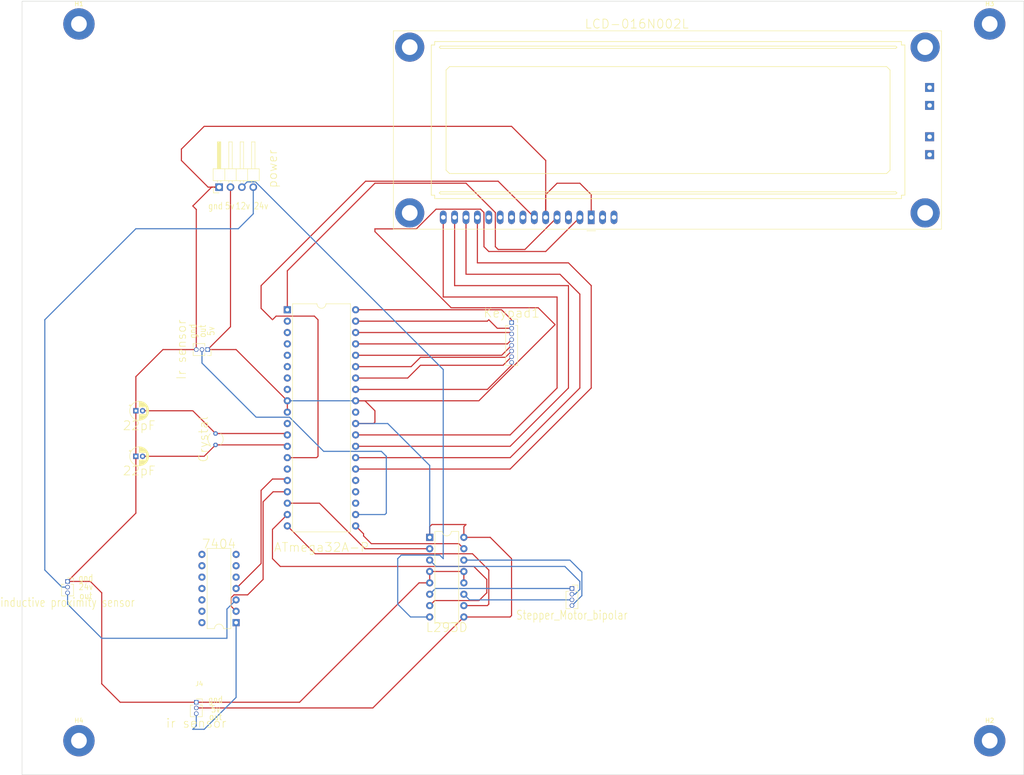
<source format=kicad_pcb>
(kicad_pcb (version 20211014) (generator pcbnew)
  (layers (0 "F.Cu" signal) (31 "B.Cu" signal) (34 "B.Paste" user) (35 "F.Paste" user) (36 "B.SilkS" user "B.Silkscreen") (37 "F.SilkS" user "F.Silkscreen") (38 "B.Mask" user) (39 "F.Mask" user) (44 "Edge.Cuts" user))
  (net 0 "")
  (net 1 "Net-(C1-Pad1)")
  (net 2 "Net-(C1-Pad2)")
  (net 3 "Net-(C2-Pad2)")
  (net 4 "Net-(J4-Pad3)")
  (net 5 "Net-(Keypad1-Pad1)")
  (net 6 "Net-(Keypad1-Pad2)")
  (net 7 "Net-(Keypad1-Pad3)")
  (net 8 "Net-(Keypad1-Pad4)")
  (net 9 "Net-(Keypad1-Pad5)")
  (net 10 "Net-(Keypad1-Pad6)")
  (net 11 "Net-(Keypad1-Pad7)")
  (net 12 "Net-(Keypad1-Pad8)")
  (net 13 "Net-(M1-Pad1)")
  (net 14 "Net-(M1-Pad2)")
  (net 15 "Net-(M1-Pad3)")
  (net 16 "Net-(M1-Pad4)")
  (net 17 "Net-(U1-Pad1)")
  (net 25 "Net-(U1-Pad11)")
  (net 26 "Net-(U1-Pad14)")
  (net 28 "Net-(U1-Pad16)")
  (net 29 "Net-(U1-Pad17)")
  (net 30 "Net-(U1-Pad18)")
  (net 31 "Net-(U1-Pad19)")
  (net 32 "Net-(U1-Pad20)")
  (net 33 "Net-(U1-Pad21)")
  (net 37 "Net-(U1-Pad26)")
  (net 38 "Net-(U1-Pad27)")
  (net 39 "Net-(U1-Pad28)")
  (net 40 "Net-(U1-Pad29)")
  (net 54 "Gnd")
  (net 61 "Net-(J2-Pad2)")
  (net 62 "Net-(J1-Pad3)")
  (net 63 "Net-(J1-Pad4)")
  (net 64 "Net-(J1-Pad2)")
  (net 65 "Net-(J3-Pad3)")
  (footprint "Connector_PinSocket_1.27mm:PinSocket_1x08_P1.27mm_Vertical" (layer "F.Cu") (at 132.105 86.99)
    (fp_text reference "Keypad1" (at 0 -2.135) (layer "F.SilkS") (effects (font (size 2 2))))
    (fp_text value "Conn_01x08_Female")
    (pad "1" thru_hole rect (at 0 0) (size 1 1) (drill 0.7) (layers *.Cu *.Mask) (net 5 "Net-(Keypad1-Pad1)"))
    (pad "2" thru_hole oval (at 0 1.27) (size 1 1) (drill 0.7) (layers *.Cu *.Mask) (net 6 "Net-(Keypad1-Pad2)"))
    (pad "3" thru_hole oval (at 0 2.54) (size 1 1) (drill 0.7) (layers *.Cu *.Mask) (net 7 "Net-(Keypad1-Pad3)"))
    (pad "4" thru_hole oval (at 0 3.81) (size 1 1) (drill 0.7) (layers *.Cu *.Mask) (net 8 "Net-(Keypad1-Pad4)"))
    (pad "5" thru_hole oval (at 0 5.08) (size 1 1) (drill 0.7) (layers *.Cu *.Mask) (net 9 "Net-(Keypad1-Pad5)"))
    (pad "6" thru_hole oval (at 0 6.35) (size 1 1) (drill 0.7) (layers *.Cu *.Mask) (net 10 "Net-(Keypad1-Pad6)"))
    (pad "7" thru_hole oval (at 0 7.62) (size 1 1) (drill 0.7) (layers *.Cu *.Mask) (net 11 "Net-(Keypad1-Pad7)"))
    (pad "8" thru_hole oval (at 0 8.89) (size 1 1) (drill 0.7) (layers *.Cu *.Mask) (net 12 "Net-(Keypad1-Pad8)"))
  )
  (footprint "Package_DIP:DIP-40_W15.24mm" (layer "F.Cu") (at 82.055 84.1325)
    (fp_text reference "U1")
    (fp_text value "ATmega32A-P" (at 7.62 53.0275) (layer "F.SilkS") (effects (font (size 2 2))))
    (pad "1" thru_hole rect (at 0 0) (size 1.6 1.6) (drill 0.8) (layers *.Cu *.Mask) (net 17 "Net-(U1-Pad1)"))
    (pad "2" thru_hole oval (at 0 2.54) (size 1.6 1.6) (drill 0.8) (layers *.Cu *.Mask))
    (pad "3" thru_hole oval (at 0 5.08) (size 1.6 1.6) (drill 0.8) (layers *.Cu *.Mask))
    (pad "4" thru_hole oval (at 0 7.62) (size 1.6 1.6) (drill 0.8) (layers *.Cu *.Mask))
    (pad "5" thru_hole oval (at 0 10.16) (size 1.6 1.6) (drill 0.8) (layers *.Cu *.Mask))
    (pad "6" thru_hole oval (at 0 12.7) (size 1.6 1.6) (drill 0.8) (layers *.Cu *.Mask))
    (pad "7" thru_hole oval (at 0 15.24) (size 1.6 1.6) (drill 0.8) (layers *.Cu *.Mask))
    (pad "8" thru_hole oval (at 0 17.78) (size 1.6 1.6) (drill 0.8) (layers *.Cu *.Mask))
    (pad "9" thru_hole oval (at 0 20.32) (size 1.6 1.6) (drill 0.8) (layers *.Cu *.Mask) (net 64 "Net-(J1-Pad2)"))
    (pad "10" thru_hole oval (at 0 22.86) (size 1.6 1.6) (drill 0.8) (layers *.Cu *.Mask) (net 64 "Net-(J1-Pad2)"))
    (pad "11" thru_hole oval (at 0 25.4) (size 1.6 1.6) (drill 0.8) (layers *.Cu *.Mask) (net 25 "Net-(U1-Pad11)"))
    (pad "12" thru_hole oval (at 0 27.94) (size 1.6 1.6) (drill 0.8) (layers *.Cu *.Mask) (net 3 "Net-(C2-Pad2)"))
    (pad "13" thru_hole oval (at 0 30.48) (size 1.6 1.6) (drill 0.8) (layers *.Cu *.Mask) (net 2 "Net-(C1-Pad2)"))
    (pad "14" thru_hole oval (at 0 33.02) (size 1.6 1.6) (drill 0.8) (layers *.Cu *.Mask) (net 26 "Net-(U1-Pad14)"))
    (pad "15" thru_hole oval (at 0 35.56) (size 1.6 1.6) (drill 0.8) (layers *.Cu *.Mask))
    (pad "16" thru_hole oval (at 0 38.1) (size 1.6 1.6) (drill 0.8) (layers *.Cu *.Mask) (net 28 "Net-(U1-Pad16)"))
    (pad "17" thru_hole oval (at 0 40.64) (size 1.6 1.6) (drill 0.8) (layers *.Cu *.Mask) (net 29 "Net-(U1-Pad17)"))
    (pad "18" thru_hole oval (at 0 43.18) (size 1.6 1.6) (drill 0.8) (layers *.Cu *.Mask) (net 30 "Net-(U1-Pad18)"))
    (pad "19" thru_hole oval (at 0 45.72) (size 1.6 1.6) (drill 0.8) (layers *.Cu *.Mask) (net 31 "Net-(U1-Pad19)"))
    (pad "20" thru_hole oval (at 0 48.26) (size 1.6 1.6) (drill 0.8) (layers *.Cu *.Mask) (net 32 "Net-(U1-Pad20)"))
    (pad "21" thru_hole oval (at 15.24 48.26) (size 1.6 1.6) (drill 0.8) (layers *.Cu *.Mask) (net 33 "Net-(U1-Pad21)"))
    (pad "22" thru_hole oval (at 15.24 45.72) (size 1.6 1.6) (drill 0.8) (layers *.Cu *.Mask) (net 61 "Net-(J2-Pad2)"))
    (pad "23" thru_hole oval (at 15.24 43.18) (size 1.6 1.6) (drill 0.8) (layers *.Cu *.Mask))
    (pad "24" thru_hole oval (at 15.24 40.64) (size 1.6 1.6) (drill 0.8) (layers *.Cu *.Mask))
    (pad "25" thru_hole oval (at 15.24 38.1) (size 1.6 1.6) (drill 0.8) (layers *.Cu *.Mask))
    (pad "26" thru_hole oval (at 15.24 35.56) (size 1.6 1.6) (drill 0.8) (layers *.Cu *.Mask) (net 37 "Net-(U1-Pad26)"))
    (pad "27" thru_hole oval (at 15.24 33.02) (size 1.6 1.6) (drill 0.8) (layers *.Cu *.Mask) (net 38 "Net-(U1-Pad27)"))
    (pad "28" thru_hole oval (at 15.24 30.48) (size 1.6 1.6) (drill 0.8) (layers *.Cu *.Mask) (net 39 "Net-(U1-Pad28)"))
    (pad "29" thru_hole oval (at 15.24 27.94) (size 1.6 1.6) (drill 0.8) (layers *.Cu *.Mask) (net 40 "Net-(U1-Pad29)"))
    (pad "30" thru_hole oval (at 15.24 25.4) (size 1.6 1.6) (drill 0.8) (layers *.Cu *.Mask) (net 64 "Net-(J1-Pad2)"))
    (pad "31" thru_hole oval (at 15.24 22.86) (size 1.6 1.6) (drill 0.8) (layers *.Cu *.Mask) (net 25 "Net-(U1-Pad11)"))
    (pad "32" thru_hole oval (at 15.24 20.32) (size 1.6 1.6) (drill 0.8) (layers *.Cu *.Mask) (net 64 "Net-(J1-Pad2)"))
    (pad "33" thru_hole oval (at 15.24 17.78) (size 1.6 1.6) (drill 0.8) (layers *.Cu *.Mask) (net 12 "Net-(Keypad1-Pad8)"))
    (pad "34" thru_hole oval (at 15.24 15.24) (size 1.6 1.6) (drill 0.8) (layers *.Cu *.Mask) (net 11 "Net-(Keypad1-Pad7)"))
    (pad "35" thru_hole oval (at 15.24 12.7) (size 1.6 1.6) (drill 0.8) (layers *.Cu *.Mask) (net 10 "Net-(Keypad1-Pad6)"))
    (pad "36" thru_hole oval (at 15.24 10.16) (size 1.6 1.6) (drill 0.8) (layers *.Cu *.Mask) (net 9 "Net-(Keypad1-Pad5)"))
    (pad "37" thru_hole oval (at 15.24 7.62) (size 1.6 1.6) (drill 0.8) (layers *.Cu *.Mask) (net 8 "Net-(Keypad1-Pad4)"))
    (pad "38" thru_hole oval (at 15.24 5.08) (size 1.6 1.6) (drill 0.8) (layers *.Cu *.Mask) (net 7 "Net-(Keypad1-Pad3)"))
    (pad "39" thru_hole oval (at 15.24 2.54) (size 1.6 1.6) (drill 0.8) (layers *.Cu *.Mask) (net 6 "Net-(Keypad1-Pad2)"))
    (pad "40" thru_hole oval (at 15.24 0) (size 1.6 1.6) (drill 0.8) (layers *.Cu *.Mask) (net 5 "Net-(Keypad1-Pad1)"))
  )
  (footprint "Connector_PinSocket_1.27mm:PinSocket_1x03_P1.27mm_Vertical" (layer "F.Cu") (at 33.02 144.78)
    (fp_text reference "J3")
    (fp_text value "inductive proximity sensor" (at 0 4.675) (layer "F.SilkS") (effects (font (size 2 1.5))))
    (pad "1" thru_hole rect (at 0 0) (size 1 1) (drill 0.7) (layers *.Cu *.Mask) (net 1 "Net-(C1-Pad1)"))
    (pad "2" thru_hole oval (at 0 1.27) (size 1 1) (drill 0.7) (layers *.Cu *.Mask) (net 63 "Net-(J1-Pad4)"))
    (pad "3" thru_hole oval (at 0 2.54) (size 1 1) (drill 0.7) (layers *.Cu *.Mask) (net 65 "Net-(J3-Pad3)"))
  )
  (footprint "Package_DIP:DIP-16_W7.62mm" (layer "F.Cu") (at 113.82 134.9425)
    (fp_text reference "U3")
    (fp_text value "L293D" (at 3.81 20.11) (layer "F.SilkS") (effects (font (size 2 2))))
    (pad "1" thru_hole rect (at 0 0) (size 1.6 1.6) (drill 0.8) (layers *.Cu *.Mask) (net 64 "Net-(J1-Pad2)"))
    (pad "2" thru_hole oval (at 0 2.54) (size 1.6 1.6) (drill 0.8) (layers *.Cu *.Mask) (net 30 "Net-(U1-Pad18)"))
    (pad "3" thru_hole oval (at 0 5.08) (size 1.6 1.6) (drill 0.8) (layers *.Cu *.Mask) (net 14 "Net-(M1-Pad2)"))
    (pad "4" thru_hole oval (at 0 7.62) (size 1.6 1.6) (drill 0.8) (layers *.Cu *.Mask) (net 1 "Net-(C1-Pad1)"))
    (pad "5" thru_hole oval (at 0 10.16) (size 1.6 1.6) (drill 0.8) (layers *.Cu *.Mask) (net 1 "Net-(C1-Pad1)"))
    (pad "6" thru_hole oval (at 0 12.7) (size 1.6 1.6) (drill 0.8) (layers *.Cu *.Mask) (net 13 "Net-(M1-Pad1)"))
    (pad "7" thru_hole oval (at 0 15.24) (size 1.6 1.6) (drill 0.8) (layers *.Cu *.Mask) (net 31 "Net-(U1-Pad19)"))
    (pad "8" thru_hole oval (at 0 17.78) (size 1.6 1.6) (drill 0.8) (layers *.Cu *.Mask) (net 62 "Net-(J1-Pad3)"))
    (pad "9" thru_hole oval (at 7.62 17.78) (size 1.6 1.6) (drill 0.8) (layers *.Cu *.Mask) (net 64 "Net-(J1-Pad2)"))
    (pad "10" thru_hole oval (at 7.62 15.24) (size 1.6 1.6) (drill 0.8) (layers *.Cu *.Mask) (net 32 "Net-(U1-Pad20)"))
    (pad "11" thru_hole oval (at 7.62 12.7) (size 1.6 1.6) (drill 0.8) (layers *.Cu *.Mask) (net 15 "Net-(M1-Pad3)"))
    (pad "12" thru_hole oval (at 7.62 10.16) (size 1.6 1.6) (drill 0.8) (layers *.Cu *.Mask) (net 1 "Net-(C1-Pad1)"))
    (pad "13" thru_hole oval (at 7.62 7.62) (size 1.6 1.6) (drill 0.8) (layers *.Cu *.Mask) (net 1 "Net-(C1-Pad1)"))
    (pad "14" thru_hole oval (at 7.62 5.08) (size 1.6 1.6) (drill 0.8) (layers *.Cu *.Mask) (net 16 "Net-(M1-Pad4)"))
    (pad "15" thru_hole oval (at 7.62 2.54) (size 1.6 1.6) (drill 0.8) (layers *.Cu *.Mask) (net 33 "Net-(U1-Pad21)"))
    (pad "16" thru_hole oval (at 7.62 0) (size 1.6 1.6) (drill 0.8) (layers *.Cu *.Mask) (net 64 "Net-(J1-Pad2)"))
  )
  (footprint "Connector_PinHeader_2.54mm:PinHeader_1x04_P2.54mm_Horizontal" (layer "F.Cu") (at 66.835 56.7525 90)
    (fp_text reference "J1")
    (fp_text value "power" (at 4.1 11.905 90) (layer "F.SilkS") (effects (font (size 2 2))))
    (pad "1" thru_hole rect (at 0 0 90) (size 1.7 1.7) (drill 1) (layers *.Cu *.Mask) (net 1 "Net-(C1-Pad1)"))
    (pad "2" thru_hole oval (at 0 2.54 90) (size 1.7 1.7) (drill 1) (layers *.Cu *.Mask) (net 64 "Net-(J1-Pad2)"))
    (pad "3" thru_hole oval (at 0 5.08 90) (size 1.7 1.7) (drill 1) (layers *.Cu *.Mask) (net 62 "Net-(J1-Pad3)"))
    (pad "4" thru_hole oval (at 0 7.62 90) (size 1.7 1.7) (drill 1) (layers *.Cu *.Mask) (net 63 "Net-(J1-Pad4)"))
  )
  (footprint "Display:LCD-016N002L" (layer "F.Cu") (at 149.86 63.5 180)
    (fp_text reference "U2")
    (fp_text value "LCD-016N002L" (at -10.16 43.18) (layer "F.SilkS") (effects (font (size 2 2))))
    (pad "" thru_hole circle (at 40.5 1) (size 6.5 6.5) (drill 3.5) (layers *.Cu *.Mask))
    (pad "" thru_hole circle (at 40.5 38) (size 6.5 6.5) (drill 3.5) (layers *.Cu *.Mask))
    (pad "" thru_hole circle (at -74.5 1) (size 6.5 6.5) (drill 3.5) (layers *.Cu *.Mask))
    (pad "" thru_hole circle (at -74.5 38) (size 6.5 6.5) (drill 3.5) (layers *.Cu *.Mask))
    (pad "1" thru_hole rect (at 0 0) (size 1.5 3) (drill 1) (layers *.Cu *.Mask) (net 1 "Net-(C1-Pad1)"))
    (pad "2" thru_hole oval (at 2.54 0) (size 1.5 3) (drill 1) (layers *.Cu *.Mask) (net 64 "Net-(J1-Pad2)"))
    (pad "3" thru_hole oval (at 5.08 0) (size 1.5 3) (drill 1) (layers *.Cu *.Mask))
    (pad "4" thru_hole oval (at 7.62 0) (size 1.5 3) (drill 1) (layers *.Cu *.Mask) (net 17 "Net-(U1-Pad1)"))
    (pad "5" thru_hole oval (at 10.16 0) (size 1.5 3) (drill 1) (layers *.Cu *.Mask) (net 1 "Net-(C1-Pad1)"))
    (pad "6" thru_hole oval (at 12.7 0) (size 1.5 3) (drill 1) (layers *.Cu *.Mask) (net 26 "Net-(U1-Pad14)"))
    (pad "7" thru_hole oval (at 15.24 0) (size 1.5 3) (drill 1) (layers *.Cu *.Mask))
    (pad "8" thru_hole oval (at 17.78 0) (size 1.5 3) (drill 1) (layers *.Cu *.Mask))
    (pad "9" thru_hole oval (at 20.32 0) (size 1.5 3) (drill 1) (layers *.Cu *.Mask))
    (pad "10" thru_hole oval (at 22.86 0) (size 1.5 3) (drill 1) (layers *.Cu *.Mask))
    (pad "11" thru_hole oval (at 25.4 0) (size 1.5 3) (drill 1) (layers *.Cu *.Mask) (net 37 "Net-(U1-Pad26)"))
    (pad "12" thru_hole oval (at 27.94 0) (size 1.5 3) (drill 1) (layers *.Cu *.Mask) (net 38 "Net-(U1-Pad27)"))
    (pad "13" thru_hole oval (at 30.48 0) (size 1.5 3) (drill 1) (layers *.Cu *.Mask) (net 39 "Net-(U1-Pad28)"))
    (pad "14" thru_hole oval (at 33.02 0) (size 1.5 3) (drill 1) (layers *.Cu *.Mask) (net 40 "Net-(U1-Pad29)"))
    (pad "15" thru_hole oval (at -2.54 0) (size 1.5 3) (drill 1) (layers *.Cu *.Mask))
    (pad "16" thru_hole oval (at -5.08 0) (size 1.5 3) (drill 1) (layers *.Cu *.Mask))
    (pad "A1" thru_hole rect (at -75.5 14) (size 2 2) (drill 1) (layers *.Cu *.Mask))
    (pad "A2" thru_hole rect (at -75.5 25) (size 2 2) (drill 1) (layers *.Cu *.Mask))
    (pad "K1" thru_hole rect (at -75.5 18) (size 2 2) (drill 1) (layers *.Cu *.Mask))
    (pad "K2" thru_hole rect (at -75.5 29) (size 2 2) (drill 1) (layers *.Cu *.Mask))
  )
  (footprint "Capacitor_THT:CP_Radial_D4.0mm_P1.50mm" (layer "F.Cu") (at 48.26 106.68)
    (fp_text reference "C2")
    (fp_text value "22pF" (at 0.75 3.32) (layer "F.SilkS") (effects (font (size 2 2))))
    (pad "1" thru_hole rect (at 0 0) (size 1.2 1.2) (drill 0.6) (layers *.Cu *.Mask) (net 1 "Net-(C1-Pad1)"))
    (pad "2" thru_hole circle (at 1.5 0) (size 1.2 1.2) (drill 0.6) (layers *.Cu *.Mask) (net 3 "Net-(C2-Pad2)"))
  )
  (footprint "Connector_PinSocket_1.27mm:PinSocket_1x03_P1.27mm_Vertical" (layer "F.Cu") (at 64.28 93.0175 -90)
    (fp_text reference "J2")
    (fp_text value "Ir sensor" (at 0 5.86 90) (layer "F.SilkS") (effects (font (size 2 2))))
    (pad "1" thru_hole rect (at 0 0 270) (size 1 1) (drill 0.7) (layers *.Cu *.Mask) (net 64 "Net-(J1-Pad2)"))
    (pad "2" thru_hole oval (at 0 1.27 270) (size 1 1) (drill 0.7) (layers *.Cu *.Mask) (net 61 "Net-(J2-Pad2)"))
    (pad "3" thru_hole oval (at 0 2.54 270) (size 1 1) (drill 0.7) (layers *.Cu *.Mask) (net 1 "Net-(C1-Pad1)"))
  )
  (footprint "Crystal:Crystal_AT310_D3.0mm_L10.0mm_Vertical" (layer "F.Cu") (at 66.04 111.76 -90)
    (fp_text reference "Y1")
    (fp_text value "Crystal" (at 1.27 2.7 90) (layer "F.SilkS") (effects (font (size 2 2))))
    (pad "1" thru_hole circle (at 0 0 270) (size 1 1) (drill 0.5) (layers *.Cu *.Mask) (net 3 "Net-(C2-Pad2)"))
    (pad "2" thru_hole circle (at 2.54 0 270) (size 1 1) (drill 0.5) (layers *.Cu *.Mask) (net 2 "Net-(C1-Pad2)"))
  )
  (footprint "MountingHole:MountingHole_3.5mm_Pad" (layer "F.Cu") (at 35.56 20.32)
    (fp_text reference "H1" (at 0 -4.5) (layer "F.SilkS"))
    (fp_text value "MountingHole")
    (pad "1" thru_hole circle (at 0 0) (size 7 7) (drill 3.5) (layers *.Cu *.Mask))
  )
  (footprint "MountingHole:MountingHole_3.5mm_Pad" (layer "F.Cu") (at 35.56 180.34)
    (fp_text reference "H4" (at 0 -4.5) (layer "F.SilkS"))
    (fp_text value "MountingHole")
    (pad "1" thru_hole circle (at 0 0) (size 7 7) (drill 3.5) (layers *.Cu *.Mask))
  )
  (footprint "MountingHole:MountingHole_3.5mm_Pad" (layer "F.Cu") (at 238.76 180.34)
    (fp_text reference "H2" (at 0 -4.5) (layer "F.SilkS"))
    (fp_text value "MountingHole")
    (pad "1" thru_hole circle (at 0 0) (size 7 7) (drill 3.5) (layers *.Cu *.Mask))
  )
  (footprint "Capacitor_THT:CP_Radial_D4.0mm_P1.50mm" (layer "F.Cu") (at 48.26 116.84)
    (fp_text reference "C1")
    (fp_text value "22pF" (at 0.75 3.25) (layer "F.SilkS") (effects (font (size 2 2))))
    (pad "1" thru_hole rect (at 0 0) (size 1.2 1.2) (drill 0.6) (layers *.Cu *.Mask) (net 1 "Net-(C1-Pad1)"))
    (pad "2" thru_hole circle (at 1.5 0) (size 1.2 1.2) (drill 0.6) (layers *.Cu *.Mask) (net 2 "Net-(C1-Pad2)"))
  )
  (footprint "Connector_PinSocket_1.27mm:PinSocket_1x04_P1.27mm_Vertical" (layer "F.Cu") (at 145.56 146.3575)
    (fp_text reference "M1")
    (fp_text value "Stepper_Motor_bipolar" (at 0 5.945) (layer "F.SilkS") (effects (font (size 2 1.5))))
    (pad "1" thru_hole rect (at 0 0) (size 1 1) (drill 0.7) (layers *.Cu *.Mask) (net 13 "Net-(M1-Pad1)"))
    (pad "2" thru_hole oval (at 0 1.27) (size 1 1) (drill 0.7) (layers *.Cu *.Mask) (net 14 "Net-(M1-Pad2)"))
    (pad "3" thru_hole oval (at 0 2.54) (size 1 1) (drill 0.7) (layers *.Cu *.Mask) (net 15 "Net-(M1-Pad3)"))
    (pad "4" thru_hole oval (at 0 3.81) (size 1 1) (drill 0.7) (layers *.Cu *.Mask) (net 16 "Net-(M1-Pad4)"))
  )
  (footprint "Package_DIP:DIP-14_W7.62mm" (layer "F.Cu") (at 70.62 153.9825 180)
    (fp_text reference "U4")
    (fp_text value "7404" (at 3.81 17.57) (layer "F.SilkS") (effects (font (size 2 2))))
    (pad "1" thru_hole rect (at 0 0 180) (size 1.6 1.6) (drill 0.8) (layers *.Cu *.Mask) (net 4 "Net-(J4-Pad3)"))
    (pad "2" thru_hole oval (at 0 2.54 180) (size 1.6 1.6) (drill 0.8) (layers *.Cu *.Mask) (net 29 "Net-(U1-Pad17)"))
    (pad "3" thru_hole oval (at 0 5.08 180) (size 1.6 1.6) (drill 0.8) (layers *.Cu *.Mask) (net 65 "Net-(J3-Pad3)"))
    (pad "4" thru_hole oval (at 0 7.62 180) (size 1.6 1.6) (drill 0.8) (layers *.Cu *.Mask) (net 28 "Net-(U1-Pad16)"))
    (pad "5" thru_hole oval (at 0 10.16 180) (size 1.6 1.6) (drill 0.8) (layers *.Cu *.Mask))
    (pad "6" thru_hole oval (at 0 12.7 180) (size 1.6 1.6) (drill 0.8) (layers *.Cu *.Mask))
    (pad "7" thru_hole oval (at 0 15.24 180) (size 1.6 1.6) (drill 0.8) (layers *.Cu *.Mask) (net 54 "Gnd"))
    (pad "8" thru_hole oval (at 7.62 15.24 180) (size 1.6 1.6) (drill 0.8) (layers *.Cu *.Mask))
    (pad "9" thru_hole oval (at 7.62 12.7 180) (size 1.6 1.6) (drill 0.8) (layers *.Cu *.Mask))
    (pad "10" thru_hole oval (at 7.62 10.16 180) (size 1.6 1.6) (drill 0.8) (layers *.Cu *.Mask))
    (pad "11" thru_hole oval (at 7.62 7.62 180) (size 1.6 1.6) (drill 0.8) (layers *.Cu *.Mask))
    (pad "12" thru_hole oval (at 7.62 5.08 180) (size 1.6 1.6) (drill 0.8) (layers *.Cu *.Mask))
    (pad "13" thru_hole oval (at 7.62 2.54 180) (size 1.6 1.6) (drill 0.8) (layers *.Cu *.Mask))
    (pad "14" thru_hole oval (at 7.62 0 180) (size 1.6 1.6) (drill 0.8) (layers *.Cu *.Mask) (net 54 "Gnd"))
  )
  (footprint "Connector_PinSocket_1.27mm:PinSocket_1x03_P1.27mm_Vertical" (layer "F.Cu") (at 61.74 171.7575)
    (fp_text reference "J4" (at 0.665 -4.1175) (layer "F.SilkS"))
    (fp_text value "ir sensor" (at 0 4.675) (layer "F.SilkS") (effects (font (size 2 2))))
    (pad "1" thru_hole rect (at 0 0) (size 1 1) (drill 0.7) (layers *.Cu *.Mask) (net 1 "Net-(C1-Pad1)"))
    (pad "2" thru_hole oval (at 0 1.27) (size 1 1) (drill 0.7) (layers *.Cu *.Mask) (net 64 "Net-(J1-Pad2)"))
    (pad "3" thru_hole oval (at 0 2.54) (size 1 1) (drill 0.7) (layers *.Cu *.Mask) (net 4 "Net-(J4-Pad3)"))
  )
  (footprint "MountingHole:MountingHole_3.5mm_Pad" (layer "F.Cu") (at 238.76 20.32)
    (fp_text reference "H3" (at 0 -4.5) (layer "F.SilkS"))
    (fp_text value "MountingHole")
    (pad "1" thru_hole circle (at 0 0) (size 7 7) (drill 3.5) (layers *.Cu *.Mask))
  )
  (gr_poly (pts (xy 246.38 187.96) (xy 22.86 187.96) (xy 22.86 15.24) (xy 246.38 15.24)) (layer "Edge.Cuts") (width 0.1) (fill none))
  (gr_text "gnd" (at 37.1 144) (layer "F.SilkS") (effects (font (size 1.5 1.2))))
  (gr_text "out" (at 37.1 148) (layer "F.SilkS") (effects (font (size 1.5 1.2))))
  (gr_text "24v" (at 76.2 60.96) (layer "F.SilkS") (effects (font (size 1.5 1.2))))
  (gr_text "out" (at 66.04 175) (layer "F.SilkS") (effects (font (size 1.5 1.2))))
  (gr_text "gnd" (at 60.96 88.9 90) (layer "F.SilkS") (effects (font (size 1.5 1.2))))
  (gr_text "24v" (at 37.1 146) (layer "F.SilkS") (effects (font (size 1.4 1.2))))
  (gr_text "12v" (at 72.12 60.96) (layer "F.SilkS") (effects (font (size 1.5 1.2))))
  (gr_text "out" (at 63.1 88.9 90) (layer "F.SilkS") (effects (font (size 1.5 1.2))))
  (gr_text "gnd" (at 66.04 60.96) (layer "F.SilkS") (effects (font (size 1.5 1.2))))
  (gr_text "5v" (at 65.04 88.9 90) (layer "F.SilkS") (effects (font (size 1.5 1.2))))
  (gr_text "gnd" (at 66.04 171.18) (layer "F.SilkS") (effects (font (size 1.5 1.2))))
  (gr_text "5v" (at 69.2 60.96) (layer "F.SilkS") (effects (font (size 1.5 1.2))))
  (gr_text "5v" (at 66.04 173.3) (layer "F.SilkS") (effects (font (size 1.5 1.2))))
  (segment (start 113.82 142.5625) (end 121.5975 142.5625) (width 0.25) (layer "F.Cu") (net 1))
  (segment (start 113.82 142.5625) (end 113.82 145.1025) (width 0.25) (layer "F.Cu") (net 1))
  (segment (start 147.32 55.88) (end 149.86 58.42) (width 0.25) (layer "F.Cu") (net 1))
  (segment (start 139.7 58.42) (end 142.24 55.88) (width 0.25) (layer "F.Cu") (net 1))
  (segment (start 139.7 50.8) (end 139.7 63.5) (width 0.25) (layer "F.Cu") (net 1))
  (segment (start 48.26 129.54) (end 33.02 144.78) (width 0.25) (layer "F.Cu") (net 1))
  (segment (start 38.1 144.78) (end 40.64 147.32) (width 0.25) (layer "F.Cu") (net 1))
  (segment (start 40.64 147.32) (end 40.64 167.64) (width 0.25) (layer "F.Cu") (net 1))
  (segment (start 142.24 55.88) (end 147.32 55.88) (width 0.25) (layer "F.Cu") (net 1))
  (segment (start 139.7 63.5) (end 139.7 58.42) (width 0.25) (layer "F.Cu") (net 1))
  (segment (start 65.1675 56.7525) (end 60.96 60.96) (width 0.25) (layer "F.Cu") (net 1))
  (segment (start 58.42 48.26) (end 63.5 43.18) (width 0.25) (layer "F.Cu") (net 1))
  (segment (start 132.08 43.18) (end 139.7 50.8) (width 0.25) (layer "F.Cu") (net 1))
  (segment (start 121.5975 142.5625) (end 121.44 142.72) (width 0.25) (layer "F.Cu") (net 1))
  (segment (start 58.42 50.8) (end 58.42 48.26) (width 0.25) (layer "F.Cu") (net 1))
  (segment (start 44.7575 171.7575) (end 61.74 171.7575) (width 0.25) (layer "F.Cu") (net 1))
  (segment (start 111.4375 145.1025) (end 84.7825 171.7575) (width 0.25) (layer "F.Cu") (net 1))
  (segment (start 48.26 116.84) (end 48.26 129.54) (width 0.25) (layer "F.Cu") (net 1))
  (segment (start 121.44 142.72) (end 121.44 145.1025) (width 0.25) (layer "F.Cu") (net 1))
  (segment (start 48.26 106.68) (end 48.26 99.06) (width 0.25) (layer "F.Cu") (net 1))
  (segment (start 113.82 145.1025) (end 111.4375 145.1025) (width 0.25) (layer "F.Cu") (net 1))
  (segment (start 60.96 60.96) (end 61.74 61.74) (width 0.25) (layer "F.Cu") (net 1))
  (segment (start 149.86 58.42) (end 149.86 63.5) (width 0.25) (layer "F.Cu") (net 1))
  (segment (start 63.5 43.18) (end 132.08 43.18) (width 0.25) (layer "F.Cu") (net 1))
  (segment (start 33.02 144.78) (end 38.1 144.78) (width 0.25) (layer "F.Cu") (net 1))
  (segment (start 66.835 56.7525) (end 65.1675 56.7525) (width 0.25) (layer "F.Cu") (net 1))
  (segment (start 54.3025 93.0175) (end 61.74 93.0175) (width 0.25) (layer "F.Cu") (net 1))
  (segment (start 48.26 106.68) (end 48.26 116.84) (width 0.25) (layer "F.Cu") (net 1))
  (segment (start 40.64 167.64) (end 44.7575 171.7575) (width 0.25) (layer "F.Cu") (net 1))
  (segment (start 61.74 61.74) (end 61.74 93.0175) (width 0.25) (layer "F.Cu") (net 1))
  (segment (start 84.7825 171.7575) (end 61.74 171.7575) (width 0.25) (layer "F.Cu") (net 1))
  (segment (start 64.3725 56.7525) (end 58.42 50.8) (width 0.25) (layer "F.Cu") (net 1))
  (segment (start 66.835 56.7525) (end 64.3725 56.7525) (width 0.25) (layer "F.Cu") (net 1))
  (segment (start 48.26 99.06) (end 54.3025 93.0175) (width 0.25) (layer "F.Cu") (net 1))
  (segment (start 66.04 114.3) (end 81.7425 114.3) (width 0.25) (layer "F.Cu") (net 2))
  (segment (start 49.76 116.84) (end 63.5 116.84) (width 0.25) (layer "F.Cu") (net 2))
  (segment (start 81.7425 114.3) (end 82.055 114.6125) (width 0.25) (layer "F.Cu") (net 2))
  (segment (start 63.5 116.84) (end 66.04 114.3) (width 0.25) (layer "F.Cu") (net 2))
  (segment (start 66.04 111.76) (end 81.7425 111.76) (width 0.25) (layer "F.Cu") (net 3))
  (segment (start 81.7425 111.76) (end 82.055 112.0725) (width 0.25) (layer "F.Cu") (net 3))
  (segment (start 60.96 106.68) (end 66.04 111.76) (width 0.25) (layer "F.Cu") (net 3))
  (segment (start 49.76 106.68) (end 60.96 106.68) (width 0.25) (layer "F.Cu") (net 3))
  (segment (start 61.74 177.02) (end 61.74 174.2975) (width 0.25) (layer "B.Cu") (net 4))
  (segment (start 70.62 153.9825) (end 70.62 170.68) (width 0.25) (layer "B.Cu") (net 4))
  (segment (start 63.5 177.8) (end 60.96 177.8) (width 0.25) (layer "B.Cu") (net 4))
  (segment (start 60.96 177.8) (end 61.74 177.02) (width 0.25) (layer "B.Cu") (net 4))
  (segment (start 70.62 170.68) (end 63.5 177.8) (width 0.25) (layer "B.Cu") (net 4))
  (segment (start 97.295 84.1325) (end 129.8525 84.1325) (width 0.25) (layer "F.Cu") (net 5))
  (segment (start 129.8525 84.1325) (end 132.08 86.36) (width 0.25) (layer "F.Cu") (net 5))
  (segment (start 127 86.36) (end 128.9 88.26) (width 0.25) (layer "F.Cu") (net 6))
  (segment (start 128.9 88.26) (end 132.105 88.26) (width 0.25) (layer "F.Cu") (net 6))
  (segment (start 126.6875 86.6725) (end 127 86.36) (width 0.25) (layer "F.Cu") (net 6))
  (segment (start 97.295 86.6725) (end 126.6875 86.6725) (width 0.25) (layer "F.Cu") (net 6))
  (segment (start 131.7875 89.2125) (end 132.105 89.53) (width 0.25) (layer "F.Cu") (net 7))
  (segment (start 97.295 89.2125) (end 131.7875 89.2125) (width 0.25) (layer "F.Cu") (net 7))
  (segment (start 131.1525 91.7525) (end 132.105 90.8) (width 0.25) (layer "F.Cu") (net 8))
  (segment (start 97.295 91.7525) (end 131.1525 91.7525) (width 0.25) (layer "F.Cu") (net 8))
  (segment (start 97.295 94.2925) (end 129.8825 94.2925) (width 0.25) (layer "F.Cu") (net 9))
  (segment (start 129.8825 94.2925) (end 132.105 92.07) (width 0.25) (layer "F.Cu") (net 9))
  (segment (start 109.66952 96.8325) (end 111.76 94.74202) (width 0.25) (layer "F.Cu") (net 10))
  (segment (start 97.295 96.8325) (end 109.66952 96.8325) (width 0.25) (layer "F.Cu") (net 10))
  (segment (start 130.70298 94.74202) (end 132.105 93.34) (width 0.25) (layer "F.Cu") (net 10))
  (segment (start 111.76 94.74202) (end 130.70298 94.74202) (width 0.25) (layer "F.Cu") (net 10))
  (segment (start 130.195 96.52) (end 132.105 94.61) (width 0.25) (layer "F.Cu") (net 11))
  (segment (start 108.9075 99.3725) (end 111.76 96.52) (width 0.25) (layer "F.Cu") (net 11))
  (segment (start 111.76 96.52) (end 130.195 96.52) (width 0.25) (layer "F.Cu") (net 11))
  (segment (start 97.295 99.3725) (end 108.9075 99.3725) (width 0.25) (layer "F.Cu") (net 11))
  (segment (start 132.105 96.495) (end 132.08 96.52) (width 0.25) (layer "F.Cu") (net 12))
  (segment (start 97.295 101.9125) (end 126.6875 101.9125) (width 0.25) (layer "F.Cu") (net 12))
  (segment (start 126.6875 101.9125) (end 132.08 96.52) (width 0.25) (layer "F.Cu") (net 12))
  (segment (start 132.105 95.88) (end 132.105 96.495) (width 0.25) (layer "F.Cu") (net 12))
  (segment (start 115.105 146.3575) (end 113.82 147.6425) (width 0.25) (layer "B.Cu") (net 13))
  (segment (start 145.56 146.3575) (end 115.105 146.3575) (width 0.25) (layer "B.Cu") (net 13))
  (segment (start 147.32 146.574606) (end 147.32 144.78) (width 0.25) (layer "B.Cu") (net 14))
  (segment (start 146.267106 147.6275) (end 147.32 146.574606) (width 0.25) (layer "B.Cu") (net 14))
  (segment (start 145.56 147.6275) (end 146.267106 147.6275) (width 0.25) (layer "B.Cu") (net 14))
  (segment (start 147.32 144.78) (end 143.977989 141.437989) (width 0.25) (layer "B.Cu") (net 14))
  (segment (start 115.235489 141.437989) (end 113.82 140.0225) (width 0.25) (layer "B.Cu") (net 14))
  (segment (start 143.977989 141.437989) (end 115.235489 141.437989) (width 0.25) (layer "B.Cu") (net 14))
  (segment (start 145.56 148.8975) (end 122.695 148.8975) (width 0.25) (layer "B.Cu") (net 15))
  (segment (start 122.695 148.8975) (end 121.44 147.6425) (width 0.25) (layer "B.Cu") (net 15))
  (segment (start 147.76952 142.68952) (end 145.1025 140.0225) (width 0.25) (layer "B.Cu") (net 16))
  (segment (start 145.56 150.1675) (end 147.76952 147.95798) (width 0.25) (layer "B.Cu") (net 16))
  (segment (start 147.76952 147.95798) (end 147.76952 142.68952) (width 0.25) (layer "B.Cu") (net 16))
  (segment (start 145.1025 140.0225) (end 121.44 140.0225) (width 0.25) (layer "B.Cu") (net 16))
  (segment (start 129.09048 70.67048) (end 135.06952 70.67048) (width 0.25) (layer "F.Cu") (net 17))
  (segment (start 128.46548 70.04548) (end 129.09048 70.67048) (width 0.25) (layer "F.Cu") (net 17))
  (segment (start 121.92 55.88) (end 128.46548 62.42548) (width 0.25) (layer "F.Cu") (net 17))
  (segment (start 135.06952 70.67048) (end 142.24 63.5) (width 0.25) (layer "F.Cu") (net 17))
  (segment (start 128.46548 62.42548) (end 128.46548 70.04548) (width 0.25) (layer "F.Cu") (net 17))
  (segment (start 82.055 84.1325) (end 82.055 75.425) (width 0.25) (layer "F.Cu") (net 17))
  (segment (start 82.055 75.425) (end 101.6 55.88) (width 0.25) (layer "F.Cu") (net 17))
  (segment (start 101.6 55.88) (end 121.92 55.88) (width 0.25) (layer "F.Cu") (net 17))
  (segment (start 137.16 63.5) (end 129.09048 55.43048) (width 0.25) (layer "F.Cu") (net 26))
  (segment (start 76.2 78.74) (end 76.2 83.82) (width 0.25) (layer "F.Cu") (net 26))
  (segment (start 78.74 86.36) (end 79.552011 85.547989) (width 0.25) (layer "F.Cu") (net 26))
  (segment (start 88.9 86.36) (end 88.9 116.84) (width 0.25) (layer "F.Cu") (net 26))
  (segment (start 99.50952 55.43048) (end 76.2 78.74) (width 0.25) (layer "F.Cu") (net 26))
  (segment (start 88.087989 85.547989) (end 88.9 86.36) (width 0.25) (layer "F.Cu") (net 26))
  (segment (start 79.552011 85.547989) (end 88.087989 85.547989) (width 0.25) (layer "F.Cu") (net 26))
  (segment (start 129.09048 55.43048) (end 99.50952 55.43048) (width 0.25) (layer "F.Cu") (net 26))
  (segment (start 88.9 116.84) (end 88.5875 117.1525) (width 0.25) (layer "F.Cu") (net 26))
  (segment (start 88.5875 117.1525) (end 82.055 117.1525) (width 0.25) (layer "F.Cu") (net 26))
  (segment (start 76.2 83.82) (end 78.74 86.36) (width 0.25) (layer "F.Cu") (net 26))
  (segment (start 81.7425 121.92) (end 82.055 122.2325) (width 0.25) (layer "F.Cu") (net 28))
  (segment (start 70.62 146.3625) (end 76.2 140.7825) (width 0.25) (layer "F.Cu") (net 28))
  (segment (start 78.74 121.92) (end 81.7425 121.92) (width 0.25) (layer "F.Cu") (net 28))
  (segment (start 76.2 140.7825) (end 76.2 124.46) (width 0.25) (layer "F.Cu") (net 28))
  (segment (start 76.2 124.46) (end 78.74 121.92) (width 0.25) (layer "F.Cu") (net 28))
  (segment (start 76.64952 127) (end 78.87702 124.7725) (width 0.25) (layer "F.Cu") (net 29))
  (segment (start 73.202011 147.777989) (end 76.64952 144.33048) (width 0.25) (layer "F.Cu") (net 29))
  (segment (start 76.64952 144.33048) (end 76.64952 127) (width 0.25) (layer "F.Cu") (net 29))
  (segment (start 69.495489 150.317989) (end 69.495489 148.436711) (width 0.25) (layer "F.Cu") (net 29))
  (segment (start 78.87702 124.7725) (end 82.055 124.7725) (width 0.25) (layer "F.Cu") (net 29))
  (segment (start 69.495489 148.436711) (end 70.154211 147.777989) (width 0.25) (layer "F.Cu") (net 29))
  (segment (start 70.154211 147.777989) (end 73.202011 147.777989) (width 0.25) (layer "F.Cu") (net 29))
  (segment (start 70.62 151.4425) (end 69.495489 150.317989) (width 0.25) (layer "F.Cu") (net 29))
  (segment (start 99.3825 137.4825) (end 113.82 137.4825) (width 0.25) (layer "F.Cu") (net 30))
  (segment (start 82.055 127.3125) (end 89.2125 127.3125) (width 0.25) (layer "F.Cu") (net 30))
  (segment (start 89.2125 127.3125) (end 99.3825 137.4825) (width 0.25) (layer "F.Cu") (net 30))
  (segment (start 126.55048 147.32) (end 124.812491 149.057989) (width 0.25) (layer "F.Cu") (net 31))
  (segment (start 78.74 139.7) (end 80.477989 141.437989) (width 0.25) (layer "F.Cu") (net 31))
  (segment (start 123.657989 141.437989) (end 126.55048 144.33048) (width 0.25) (layer "F.Cu") (net 31))
  (segment (start 78.74 133.1675) (end 78.74 139.7) (width 0.25) (layer "F.Cu") (net 31))
  (segment (start 124.812491 149.057989) (end 114.944511 149.057989) (width 0.25) (layer "F.Cu") (net 31))
  (segment (start 126.55048 144.33048) (end 126.55048 147.32) (width 0.25) (layer "F.Cu") (net 31))
  (segment (start 82.055 129.8525) (end 78.74 133.1675) (width 0.25) (layer "F.Cu") (net 31))
  (segment (start 80.477989 141.437989) (end 123.657989 141.437989) (width 0.25) (layer "F.Cu") (net 31))
  (segment (start 114.944511 149.057989) (end 113.82 150.1825) (width 0.25) (layer "F.Cu") (net 31))
  (segment (start 88.269511 138.607011) (end 123.367011 138.607011) (width 0.25) (layer "F.Cu") (net 32))
  (segment (start 127 149.86) (end 126.6775 150.1825) (width 0.25) (layer "F.Cu") (net 32))
  (segment (start 127 142.24) (end 127 149.86) (width 0.25) (layer "F.Cu") (net 32))
  (segment (start 126.6775 150.1825) (end 121.44 150.1825) (width 0.25) (layer "F.Cu") (net 32))
  (segment (start 123.367011 138.607011) (end 127 142.24) (width 0.25) (layer "F.Cu") (net 32))
  (segment (start 82.055 132.3925) (end 88.269511 138.607011) (width 0.25) (layer "F.Cu") (net 32))
  (segment (start 100.797989 136.357989) (end 120.315489 136.357989) (width 0.25) (layer "F.Cu") (net 33))
  (segment (start 99.06 134.1575) (end 99.06 134.62) (width 0.25) (layer "F.Cu") (net 33))
  (segment (start 97.295 132.3925) (end 99.06 134.1575) (width 0.25) (layer "F.Cu") (net 33))
  (segment (start 120.315489 136.357989) (end 121.44 137.4825) (width 0.25) (layer "F.Cu") (net 33))
  (segment (start 99.06 134.62) (end 100.797989 136.357989) (width 0.25) (layer "F.Cu") (net 33))
  (segment (start 144.78 73.66) (end 124.46 73.66) (width 0.25) (layer "F.Cu") (net 37))
  (segment (start 131.7675 119.6925) (end 149.86 101.6) (width 0.25) (layer "F.Cu") (net 37))
  (segment (start 97.295 119.6925) (end 131.7675 119.6925) (width 0.25) (layer "F.Cu") (net 37))
  (segment (start 149.86 101.6) (end 149.86 78.74) (width 0.25) (layer "F.Cu") (net 37))
  (segment (start 124.46 73.66) (end 124.46 63.5) (width 0.25) (layer "F.Cu") (net 37))
  (segment (start 149.86 78.74) (end 144.78 73.66) (width 0.25) (layer "F.Cu") (net 37))
  (segment (start 147.32 101.6) (end 147.32 80.644283) (width 0.25) (layer "F.Cu") (net 38))
  (segment (start 131.7675 117.1525) (end 147.32 101.6) (width 0.25) (layer "F.Cu") (net 38))
  (segment (start 147.32 80.644283) (end 142.875717 76.2) (width 0.25) (layer "F.Cu") (net 38))
  (segment (start 121.92 76.2) (end 121.92 63.5) (width 0.25) (layer "F.Cu") (net 38))
  (segment (start 97.295 117.1525) (end 131.7675 117.1525) (width 0.25) (layer "F.Cu") (net 38))
  (segment (start 142.875717 76.2) (end 121.92 76.2) (width 0.25) (layer "F.Cu") (net 38))
  (segment (start 97.295 114.6125) (end 131.7675 114.6125) (width 0.25) (layer "F.Cu") (net 39))
  (segment (start 144.78 101.6) (end 144.78 78.74) (width 0.25) (layer "F.Cu") (net 39))
  (segment (start 119.38 78.74) (end 119.38 63.5) (width 0.25) (layer "F.Cu") (net 39))
  (segment (start 131.7675 114.6125) (end 144.78 101.6) (width 0.25) (layer "F.Cu") (net 39))
  (segment (start 144.78 78.74) (end 119.38 78.74) (width 0.25) (layer "F.Cu") (net 39))
  (segment (start 142.24 101.6) (end 142.24 81.28) (width 0.25) (layer "F.Cu") (net 40))
  (segment (start 116.84 81.28) (end 116.84 63.5) (width 0.25) (layer "F.Cu") (net 40))
  (segment (start 131.7675 112.0725) (end 142.24 101.6) (width 0.25) (layer "F.Cu") (net 40))
  (segment (start 97.295 112.0725) (end 131.7675 112.0725) (width 0.25) (layer "F.Cu") (net 40))
  (segment (start 142.24 81.28) (end 116.84 81.28) (width 0.25) (layer "F.Cu") (net 40))
  (segment (start 103.037011 115.737011) (end 104.14 116.84) (width 0.25) (layer "B.Cu") (net 61))
  (segment (start 104.14 116.84) (end 104.14 129.54) (width 0.25) (layer "B.Cu") (net 61))
  (segment (start 63.01 93.0175) (end 63.01 96.03) (width 0.25) (layer "B.Cu") (net 61))
  (segment (start 104.14 129.54) (end 103.8275 129.8525) (width 0.25) (layer "B.Cu") (net 61))
  (segment (start 90.163793 115.737011) (end 103.037011 115.737011) (width 0.25) (layer "B.Cu") (net 61))
  (segment (start 103.8275 129.8525) (end 97.295 129.8525) (width 0.25) (layer "B.Cu") (net 61))
  (segment (start 75.097011 108.117011) (end 82.543793 108.117011) (width 0.25) (layer "B.Cu") (net 61))
  (segment (start 63.01 96.03) (end 75.097011 108.117011) (width 0.25) (layer "B.Cu") (net 61))
  (segment (start 82.543793 108.117011) (end 90.163793 115.737011) (width 0.25) (layer "B.Cu") (net 61))
  (segment (start 116.84 97.47649) (end 116.84 139.7) (width 0.25) (layer "B.Cu") (net 62))
  (segment (start 73.089511 55.577989) (end 74.941499 55.577989) (width 0.25) (layer "B.Cu") (net 62))
  (segment (start 106.68 139.7) (end 106.68 149.86) (width 0.25) (layer "B.Cu") (net 62))
  (segment (start 116.84 139.7) (end 116.037989 138.897989) (width 0.25) (layer "B.Cu") (net 62))
  (segment (start 106.68 149.86) (end 109.5425 152.7225) (width 0.25) (layer "B.Cu") (net 62))
  (segment (start 71.915 56.7525) (end 73.089511 55.577989) (width 0.25) (layer "B.Cu") (net 62))
  (segment (start 74.941499 55.577989) (end 116.84 97.47649) (width 0.25) (layer "B.Cu") (net 62))
  (segment (start 109.5425 152.7225) (end 113.82 152.7225) (width 0.25) (layer "B.Cu") (net 62))
  (segment (start 107.482011 138.897989) (end 106.68 139.7) (width 0.25) (layer "B.Cu") (net 62))
  (segment (start 116.037989 138.897989) (end 107.482011 138.897989) (width 0.25) (layer "B.Cu") (net 62))
  (segment (start 31.75 146.05) (end 33.02 146.05) (width 0.25) (layer "B.Cu") (net 63))
  (segment (start 74.455 56.7525) (end 74.455 62.705) (width 0.25) (layer "B.Cu") (net 63))
  (segment (start 27.94 86.36) (end 27.94 142.24) (width 0.25) (layer "B.Cu") (net 63))
  (segment (start 48.26 66.04) (end 27.94 86.36) (width 0.25) (layer "B.Cu") (net 63))
  (segment (start 74.455 62.705) (end 71.12 66.04) (width 0.25) (layer "B.Cu") (net 63))
  (segment (start 27.94 142.24) (end 31.75 146.05) (width 0.25) (layer "B.Cu") (net 63))
  (segment (start 71.12 66.04) (end 48.26 66.04) (width 0.25) (layer "B.Cu") (net 63))
  (segment (start 141.79048 87.445238) (end 138.028222 83.68298) (width 0.25) (layer "F.Cu") (net 64))
  (segment (start 121.44 132.56) (end 121.44 134.9425) (width 0.25) (layer "F.Cu") (net 64))
  (segment (start 131.7575 152.7225) (end 121.44 152.7225) (width 0.25) (layer "F.Cu") (net 64))
  (segment (start 64.28 93.0175) (end 70.62 93.0175) (width 0.25) (layer "F.Cu") (net 64))
  (segment (start 69.375 87.9225) (end 64.28 93.0175) (width 0.25) (layer "F.Cu") (net 64))
  (segment (start 124.783218 104.4525) (end 141.79048 87.445238) (width 0.25) (layer "F.Cu") (net 64))
  (segment (start 82.055 104.4525) (end 82.055 106.23048) (width 0.25) (layer "F.Cu") (net 64))
  (segment (start 101.6 109.22) (end 101.2875 109.5325) (width 0.25) (layer "F.Cu") (net 64))
  (segment (start 101.6 106.68) (end 101.6 109.22) (width 0.25) (layer "F.Cu") (net 64))
  (segment (start 118.607263 83.68298) (end 101.6 66.675717) (width 0.25) (layer "F.Cu") (net 64))
  (segment (start 121.44 134.9425) (end 127.3225 134.9425) (width 0.25) (layer "F.Cu") (net 64))
  (segment (start 110.840612 66.074511) (end 115.239643 61.67548) (width 0.25) (layer "F.Cu") (net 64))
  (segment (start 132.08 152.4) (end 131.7575 152.7225) (width 0.25) (layer "F.Cu") (net 64))
  (segment (start 70.62 93.0175) (end 82.055 104.4525) (width 0.25) (layer "F.Cu") (net 64))
  (segment (start 101.6 66.675717) (end 101.6 66.04) (width 0.25) (layer "F.Cu") (net 64))
  (segment (start 97.295 104.4525) (end 99.3725 104.4525) (width 0.25) (layer "F.Cu") (net 64))
  (segment (start 99.3725 104.4525) (end 101.6 106.68) (width 0.25) (layer "F.Cu") (net 64))
  (segment (start 139.7 71.12) (end 147.32 63.5) (width 0.25) (layer "F.Cu") (net 64))
  (segment (start 127 71.12) (end 139.7 71.12) (width 0.25) (layer "F.Cu") (net 64))
  (segment (start 125.92548 70.04548) (end 127 71.12) (width 0.25) (layer "F.Cu") (net 64))
  (segment (start 113.82 132.56) (end 114.3 132.08) (width 0.25) (layer "F.Cu") (net 64))
  (segment (start 138.028222 83.68298) (end 118.607263 83.68298) (width 0.25) (layer "F.Cu") (net 64))
  (segment (start 101.634511 66.074511) (end 110.840612 66.074511) (width 0.25) (layer "F.Cu") (net 64))
  (segment (start 101.6 66.04) (end 101.634511 66.074511) (width 0.25) (layer "F.Cu") (net 64))
  (segment (start 115.239643 61.67548) (end 125.17548 61.67548) (width 0.25) (layer "F.Cu") (net 64))
  (segment (start 101.2875 109.5325) (end 97.295 109.5325) (width 0.25) (layer "F.Cu") (net 64))
  (segment (start 101.135 173.0275) (end 61.74 173.0275) (width 0.25) (layer "F.Cu") (net 64))
  (segment (start 132.08 139.7) (end 132.08 152.4) (width 0.25) (layer "F.Cu") (net 64))
  (segment (start 114.3 132.08) (end 121.92 132.08) (width 0.25) (layer "F.Cu") (net 64))
  (segment (start 121.44 152.7225) (end 101.135 173.0275) (width 0.25) (layer "F.Cu") (net 64))
  (segment (start 121.92 132.08) (end 121.44 132.56) (width 0.25) (layer "F.Cu") (net 64))
  (segment (start 97.295 104.4525) (end 124.783218 104.4525) (width 0.25) (layer "F.Cu") (net 64))
  (segment (start 69.375 56.7525) (end 69.375 87.9225) (width 0.25) (layer "F.Cu") (net 64))
  (segment (start 127.3225 134.9425) (end 132.08 139.7) (width 0.25) (layer "F.Cu") (net 64))
  (segment (start 125.92548 62.42548) (end 125.92548 70.04548) (width 0.25) (layer "F.Cu") (net 64))
  (segment (start 113.82 134.9425) (end 113.82 132.56) (width 0.25) (layer "F.Cu") (net 64))
  (segment (start 125.17548 61.67548) (end 125.92548 62.42548) (width 0.25) (layer "F.Cu") (net 64))
  (segment (start 104.4525 109.5325) (end 113.82 118.9) (width 0.25) (layer "B.Cu") (net 64))
  (segment (start 113.82 118.9) (end 113.82 134.9425) (width 0.25) (layer "B.Cu") (net 64))
  (segment (start 97.295 109.5325) (end 104.4525 109.5325) (width 0.25) (layer "B.Cu") (net 64))
  (segment (start 82.055 104.4525) (end 97.295 104.4525) (width 0.25) (layer "B.Cu") (net 64))
  (segment (start 40.64 157.48) (end 68.58 157.48) (width 0.25) (layer "B.Cu") (net 65))
  (segment (start 68.58 157.48) (end 68.58 150.9425) (width 0.25) (layer "B.Cu") (net 65))
  (segment (start 33.02 147.32) (end 33.02 149.86) (width 0.25) (layer "B.Cu") (net 65))
  (segment (start 33.02 149.86) (end 40.64 157.48) (width 0.25) (layer "B.Cu") (net 65))
  (segment (start 68.58 150.9425) (end 70.62 148.9025) (width 0.25) (layer "B.Cu") (net 65))
)
</source>
